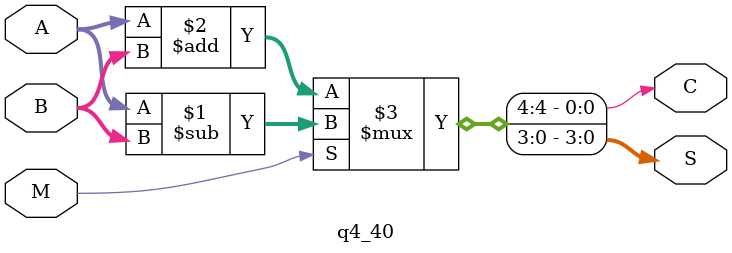
<source format=v>
module q4_40 (A, B, M, S, C);

	input [3:0] A, B;
	input M;
	output [3:0] S;
	output C;

	assign {C, S} = (M)?(A-B):(A+B);
endmodule

</source>
